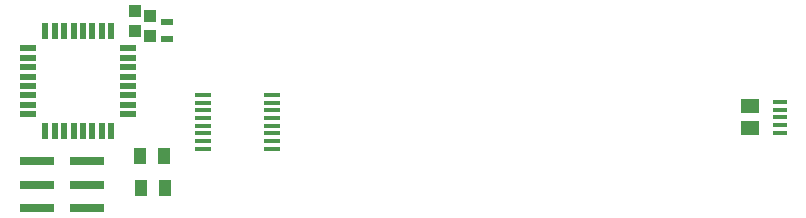
<source format=gbr>
G04 EAGLE Gerber RS-274X export*
G75*
%MOMM*%
%FSLAX34Y34*%
%LPD*%
%INSolderpaste Bottom*%
%IPPOS*%
%AMOC8*
5,1,8,0,0,1.08239X$1,22.5*%
G01*
%ADD10R,1.450000X0.450000*%
%ADD11R,0.600000X1.475000*%
%ADD12R,1.475000X0.600000*%
%ADD13R,1.100000X1.400000*%
%ADD14R,3.000000X0.750000*%
%ADD15R,1.200000X0.400000*%
%ADD16R,1.100000X0.600000*%
%ADD17R,1.500000X1.300000*%
%ADD18R,1.000000X1.100000*%


D10*
X586780Y518050D03*
X586780Y511550D03*
X586780Y505050D03*
X586780Y498550D03*
X586780Y492050D03*
X586780Y485550D03*
X586780Y479050D03*
X586780Y472550D03*
X528280Y472550D03*
X528280Y479050D03*
X528280Y485550D03*
X528280Y492050D03*
X528280Y498550D03*
X528280Y505050D03*
X528280Y511550D03*
X528280Y518050D03*
D11*
X394910Y571970D03*
X402910Y571970D03*
X410910Y571970D03*
X418910Y571970D03*
X426910Y571970D03*
X434910Y571970D03*
X442910Y571970D03*
X450910Y571970D03*
D12*
X465290Y557590D03*
X465290Y549590D03*
X465290Y541590D03*
X465290Y533590D03*
X465290Y525590D03*
X465290Y517590D03*
X465290Y509590D03*
X465290Y501590D03*
D11*
X450910Y487210D03*
X442910Y487210D03*
X434910Y487210D03*
X426910Y487210D03*
X418910Y487210D03*
X410910Y487210D03*
X402910Y487210D03*
X394910Y487210D03*
D12*
X380530Y501590D03*
X380530Y509590D03*
X380530Y517590D03*
X380530Y525590D03*
X380530Y533590D03*
X380530Y541590D03*
X380530Y549590D03*
X380530Y557590D03*
D13*
X496410Y439420D03*
X476410Y439420D03*
X495140Y466090D03*
X475140Y466090D03*
D14*
X387940Y421960D03*
X429940Y421960D03*
X387940Y441960D03*
X429940Y441960D03*
X387940Y461960D03*
X429940Y461960D03*
D15*
X1017340Y512110D03*
X1017340Y505610D03*
X1017340Y499110D03*
X1017340Y492610D03*
X1017340Y486110D03*
D16*
X497840Y579770D03*
X497840Y565770D03*
D17*
X991870Y508610D03*
X991870Y489610D03*
D18*
X471170Y588890D03*
X471170Y571890D03*
X483870Y585080D03*
X483870Y568080D03*
M02*

</source>
